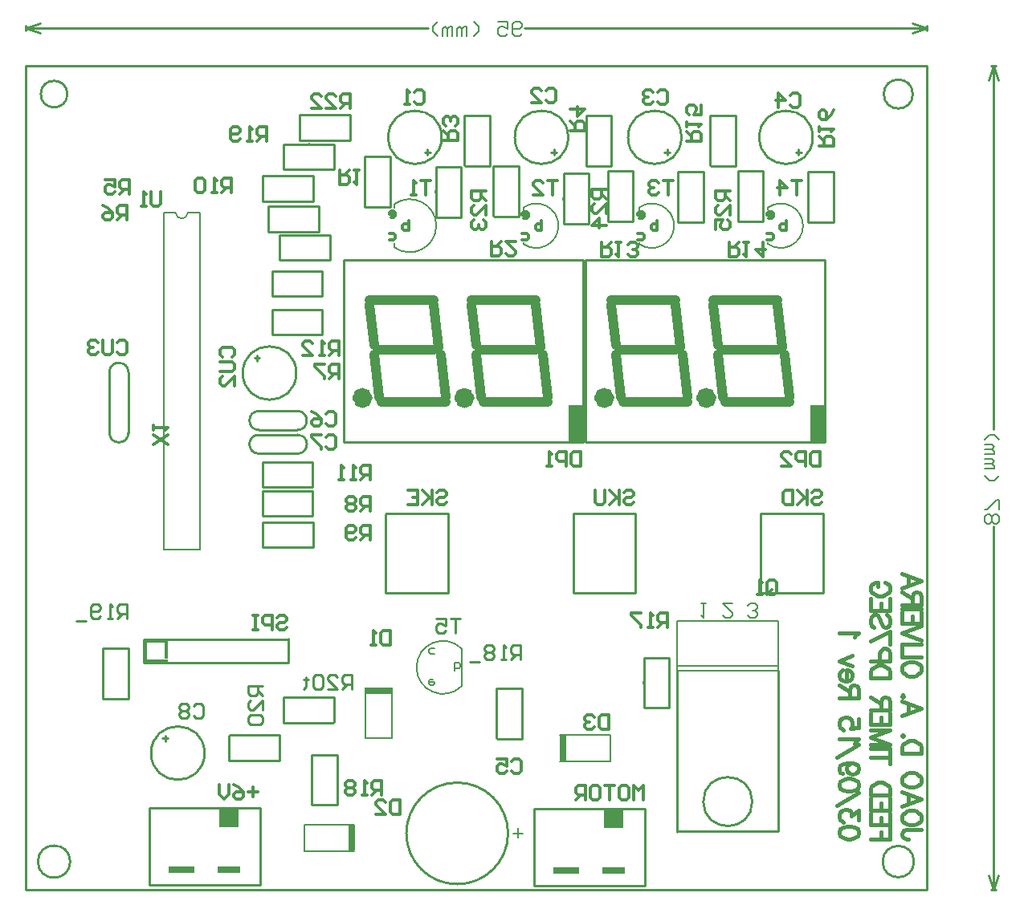
<source format=gto>
%FSLAX25Y25*%
%MOIN*%
G70*
G01*
G75*
%ADD10C,0.03937*%
%ADD11C,0.01969*%
%ADD12C,0.01000*%
%ADD13C,0.00600*%
%ADD14O,0.03150X0.05906*%
%ADD15C,0.15748*%
%ADD16R,0.06299X0.06299*%
%ADD17O,0.06299X0.15748*%
%ADD18C,0.06299*%
%ADD19O,0.07874X0.04724*%
%ADD20O,0.09843X0.03937*%
%ADD21C,0.07874*%
%ADD22O,0.11811X0.07087*%
%ADD23R,0.09843X0.07874*%
%ADD24O,0.09843X0.07874*%
%ADD25O,0.09843X0.04724*%
%ADD26R,0.07874X0.09843*%
%ADD27O,0.07874X0.09843*%
%ADD28R,0.07874X0.13780*%
%ADD29O,0.07874X0.13780*%
%ADD30O,0.05906X0.07874*%
%ADD31R,0.07874X0.07874*%
%ADD32C,0.09000*%
%ADD33R,0.09000X0.09000*%
%ADD34C,0.13780*%
%ADD35O,0.11811X0.06299*%
%ADD36O,0.11811X0.05512*%
%ADD37R,0.07874X0.07874*%
%ADD38O,0.08000X0.06000*%
%ADD39C,0.05000*%
%ADD40C,0.07874*%
%ADD41C,0.01181*%
%ADD42R,0.11535X0.39449*%
%ADD43R,0.11024X0.38976*%
%ADD44R,0.11811X0.29606*%
%ADD45R,0.05906X0.04331*%
%ADD46R,0.28740X0.40158*%
%ADD47R,0.18110X0.31890*%
%ADD48C,0.00787*%
%ADD49C,0.04000*%
%ADD50C,0.00591*%
%ADD51C,0.01575*%
%ADD52C,0.00800*%
%ADD53R,0.05906X0.15748*%
%ADD54R,0.09547X0.02756*%
%ADD55R,0.08000X0.08000*%
%ADD56R,0.10630X0.02732*%
%ADD57R,0.11024X0.03150*%
%ADD58R,0.10000X0.01457*%
%ADD59R,0.01535X0.06890*%
%ADD60R,0.01575X0.08740*%
%ADD61R,0.03150X0.11024*%
D12*
X471197Y194243D02*
G03*
X471197Y194243I10156J0D01*
G01*
X494440Y470228D02*
G03*
X494440Y470228I11081J0D01*
G01*
X439940D02*
G03*
X439940Y470228I11081J0D01*
G01*
X392940D02*
G03*
X392940Y470228I11081J0D01*
G01*
X340440D02*
G03*
X340440Y470228I11081J0D01*
G01*
X232584Y372622D02*
G03*
X224710Y372622I-3937J0D01*
G01*
X224710Y347425D02*
G03*
X232584Y347425I3937J0D01*
G01*
X280086Y372272D02*
G03*
X280086Y372272I11081J0D01*
G01*
X347946Y181024D02*
G03*
X347946Y181024I21102J0D01*
G01*
X302710Y348622D02*
G03*
X302710Y356496I0J3937D01*
G01*
X286765Y356496D02*
G03*
X286765Y348622I0J-3937D01*
G01*
X302710Y338779D02*
G03*
X302710Y346653I0J3937D01*
G01*
X286765Y346654D02*
G03*
X286765Y338779I0J-3937D01*
G01*
X242023Y214370D02*
G03*
X242023Y214370I11081J0D01*
G01*
X460190Y181772D02*
Y248622D01*
X502316Y181811D02*
Y248622D01*
Y181811D02*
X502316Y181811D01*
X460229D01*
X525158Y445154D02*
Y455803D01*
X524962Y456000D02*
X514647D01*
Y435094D02*
Y456000D01*
X525158Y435094D02*
X514647D01*
X525158Y435094D02*
X525158Y435094D01*
X525158Y435094D02*
Y445154D01*
X471158D02*
Y455803D01*
X470962Y456000D02*
X460647D01*
Y435094D02*
Y456000D01*
X471158Y435094D02*
X460647D01*
X471158Y435094D02*
X471158Y435094D01*
X471158Y435094D02*
Y445154D01*
X485529Y446138D02*
X485529Y435488D01*
X496040Y435291D02*
X485725Y435291D01*
X496040Y435291D02*
X496040Y456197D01*
X485529Y456197D01*
X485529Y456197D01*
Y446138D02*
Y456197D01*
X431529Y446138D02*
X431529Y435488D01*
X442040Y435291D02*
X431725Y435291D01*
X442040Y435291D02*
X442040Y456197D01*
X431529Y456197D01*
X431529Y456197D01*
Y446138D02*
Y456197D01*
X423658Y444362D02*
Y455012D01*
X423462Y455209D02*
X413147D01*
Y434303D02*
Y455209D01*
X423658Y434303D02*
X413147D01*
X423658Y434303D02*
X423658Y434303D01*
X423658Y434303D02*
Y444362D01*
X370658Y447154D02*
Y457803D01*
X370462Y458000D02*
X360147D01*
Y437094D02*
Y458000D01*
X370658Y437094D02*
X360147D01*
X370658Y437094D02*
X370658Y437094D01*
X370658Y437094D02*
Y447154D01*
X384029Y448138D02*
X384029Y437488D01*
X394540Y437291D02*
X384225Y437291D01*
X394540Y437291D02*
X394540Y458197D01*
X384029Y458197D01*
X384029Y458197D01*
Y448138D02*
Y458197D01*
X330662Y452067D02*
X330662Y441417D01*
X341174Y441221D02*
X330859Y441220D01*
X341174Y441221D02*
X341174Y462126D01*
X330662Y462126D01*
X330662Y462126D01*
Y452067D02*
Y462126D01*
X510678Y462866D02*
X510678Y465327D01*
X511879Y464047D02*
X509615Y464047D01*
X456178Y462866D02*
X456178Y465327D01*
X457379Y464047D02*
X455115Y464047D01*
X409178Y462866D02*
X409178Y465327D01*
X410379Y464047D02*
X408115Y464047D01*
X356678Y462866D02*
X356678Y465327D01*
X357879Y464047D02*
X355615Y464047D01*
X298981Y335315D02*
X288332Y335315D01*
X288135Y324803D02*
X288135Y335118D01*
X309040Y324803D02*
X288135Y324803D01*
X309040Y335315D02*
X309040Y324803D01*
X309040Y335315D02*
X309040Y335315D01*
X298981D01*
X299068Y454134D02*
X288418Y454134D01*
X288221Y443622D02*
X288221Y453937D01*
X309127Y443622D02*
X288221Y443622D01*
X309127Y454134D02*
X309127Y443622D01*
X309127Y454134D02*
X309127Y454134D01*
X299068D01*
Y310433D02*
X288418Y310433D01*
X288221Y299921D02*
X288221Y310236D01*
X309127Y299921D02*
X288221Y299921D01*
X309127Y310433D02*
X309127Y299921D01*
X309127Y310433D02*
X309127Y310433D01*
X299068D01*
X298981Y323315D02*
X288332Y323315D01*
X288135Y312803D02*
X288135Y323118D01*
X309040Y312803D02*
X288135Y312803D01*
X309040Y323315D02*
X309040Y312803D01*
X309040Y323315D02*
X309040Y323315D01*
X298981D01*
X306154Y429724D02*
X295505Y429724D01*
X295308Y419213D02*
X295308Y429528D01*
X316214Y419213D02*
X295308Y419213D01*
X316214Y429724D02*
X316214Y419213D01*
X316214Y429724D02*
X316214Y429724D01*
X306154D01*
X301430Y441535D02*
X290780Y441536D01*
X290584Y431024D02*
X290584Y441339D01*
X311489Y431024D02*
X290584Y431024D01*
X311489Y441535D02*
X311489Y431024D01*
X311489Y441535D02*
X311489Y441535D01*
X301430D01*
X317788Y456890D02*
X307139Y456890D01*
X317985Y457087D02*
X317985Y467402D01*
X297080Y467402D01*
X297080Y456890D01*
X297080Y456890D02*
X297080Y456890D01*
X307139Y456890D02*
X297080D01*
X521635Y419260D02*
X521635Y343472D01*
X521635Y419260D02*
X422225D01*
X422225Y343472D01*
X521635Y343472D02*
X422225Y343472D01*
X421241Y419260D02*
X421241Y343472D01*
X421241Y419260D02*
X321832D01*
X321832Y343472D01*
X421241Y343472D02*
X321832Y343472D01*
X232584Y347426D02*
Y372622D01*
X224710Y347425D02*
Y372621D01*
X286009Y377173D02*
X286009Y379634D01*
X287072Y378453D02*
X284808Y378453D01*
X313832Y469095D02*
X303773D01*
Y469095D01*
Y479606D01*
X324678Y479606D02*
X303773Y479606D01*
X324678Y469291D02*
X324678Y479606D01*
X324481Y469095D02*
X313832Y469095D01*
X372028Y469138D02*
Y479197D01*
X372028Y479197D02*
X372028Y479197D01*
X382540D02*
X372028Y479197D01*
X382540Y458291D02*
X382540Y479197D01*
X382540Y458291D02*
X372225Y458291D01*
X372028Y469138D02*
X372028Y458488D01*
X422529Y469138D02*
Y479197D01*
X422529Y479197D02*
X422529Y479197D01*
X433040D02*
X422529Y479197D01*
X433040Y458291D02*
X433040Y479197D01*
X433040Y458291D02*
X422725Y458291D01*
X422529Y469138D02*
X422529Y458488D01*
X474028Y469138D02*
Y479197D01*
X474028Y479197D02*
X474028Y479197D01*
X484540D02*
X474028Y479197D01*
X484540Y458291D02*
X484540Y479197D01*
X484540Y458291D02*
X474225Y458291D01*
X474028Y469138D02*
X474028Y458488D01*
X287166Y159591D02*
X241194D01*
Y191591D01*
X287166D02*
X241194D01*
X287166Y159591D02*
Y191591D01*
X447009Y159197D02*
X401036D01*
Y191197D01*
X447009D02*
X401036D01*
X447009Y159197D02*
Y191197D01*
X457040Y233150D02*
Y243209D01*
Y233150D02*
X457040Y233150D01*
X446528D01*
Y254055D01*
X456844D02*
X446528D01*
X457040Y243209D02*
Y253858D01*
X298891Y261732D02*
X287473D01*
X298970Y261811D02*
X298891Y261732D01*
X298970Y251969D02*
Y261811D01*
Y251969D02*
X288969D01*
Y261732D02*
X238969D01*
Y251969D02*
Y261732D01*
X288969Y251969D02*
X238969D01*
X520859Y313779D02*
X494993D01*
X494954Y313740D01*
Y281102D02*
Y313740D01*
X495190Y280866D02*
X494954Y281102D01*
X520741Y280866D02*
X495190D01*
X520859Y280984D02*
X520741Y280866D01*
X520859Y280984D02*
Y313779D01*
X365347D02*
X339481D01*
X339442Y313740D01*
Y281102D02*
Y313740D01*
X339678Y280866D02*
X339442Y281102D01*
X365229Y280866D02*
X339678D01*
X365347Y280984D02*
X365229Y280866D01*
X365347Y280984D02*
Y313779D01*
X443103D02*
X417237D01*
X417198Y313740D01*
Y281102D02*
Y313740D01*
X417434Y280866D02*
X417198Y281102D01*
X442985Y280866D02*
X417434D01*
X443103Y280984D02*
X442985Y280866D01*
X443103Y280984D02*
Y313779D01*
X302710Y348622D02*
X286765D01*
X302710Y356496D02*
X286765D01*
X302710Y338779D02*
X286765D01*
X302710Y346654D02*
X286765D01*
X313064Y398622D02*
X303005D01*
X313064Y398622D02*
X313064Y398622D01*
X313064Y388110D02*
Y398622D01*
Y388110D02*
X292158D01*
Y398425D01*
X303005Y398622D02*
X292355D01*
X313064Y414764D02*
X303005D01*
X313064Y414764D02*
X313064Y414764D01*
X313064Y404252D02*
Y414764D01*
Y404252D02*
X292158D01*
Y414567D01*
X303005Y414764D02*
X292355D01*
X317788Y226969D02*
X307139D01*
X317985Y227165D02*
Y237480D01*
X297080D01*
Y226969D02*
Y237480D01*
X297080Y226969D02*
X297080Y226969D01*
X307139Y226969D02*
X297080D01*
X385387Y220551D02*
Y231201D01*
X395899Y220354D02*
X385584D01*
X395899D02*
Y241260D01*
X385387D01*
X385387Y241260D01*
Y231201D02*
Y241260D01*
X232631Y247146D02*
Y257795D01*
X232434Y257992D02*
X222119D01*
Y237087D02*
Y257992D01*
X232631Y237087D02*
X222119D01*
X232631Y237087D02*
X232631Y237087D01*
X232631Y237087D02*
Y247146D01*
X247946Y219272D02*
Y221732D01*
X249009Y220551D02*
X246745D01*
X285288Y221850D02*
X274639D01*
X274442Y211339D02*
Y221654D01*
X295347Y211339D02*
X274442D01*
X295347D02*
Y221850D01*
X295347Y221850D01*
X285288D01*
X308615Y192992D02*
Y203642D01*
X319127Y192795D02*
X308812D01*
X319127D02*
Y213701D01*
X308615D01*
X308615Y213701D01*
Y203642D02*
Y213701D01*
X259696Y233993D02*
X260696Y234993D01*
X262695D01*
X263695Y233993D01*
Y229994D01*
X262695Y228994D01*
X260696D01*
X259696Y229994D01*
X257697Y233993D02*
X256697Y234993D01*
X254698D01*
X253698Y233993D01*
Y232993D01*
X254698Y231994D01*
X253698Y230994D01*
Y229994D01*
X254698Y228994D01*
X256697D01*
X257697Y229994D01*
Y230994D01*
X256697Y231994D01*
X257697Y232993D01*
Y233993D01*
X256697Y231994D02*
X254698D01*
X395444Y253400D02*
Y259398D01*
X392444D01*
X391445Y258398D01*
Y256399D01*
X392444Y255399D01*
X395444D01*
X393444D02*
X391445Y253400D01*
X389445D02*
X387446D01*
X388446D01*
Y259398D01*
X389445Y258398D01*
X384447D02*
X383447Y259398D01*
X381448D01*
X380448Y258398D01*
Y257399D01*
X381448Y256399D01*
X380448Y255399D01*
Y254400D01*
X381448Y253400D01*
X383447D01*
X384447Y254400D01*
Y255399D01*
X383447Y256399D01*
X384447Y257399D01*
Y258398D01*
X383447Y256399D02*
X381448D01*
X378449Y252400D02*
X374450D01*
X232102Y270392D02*
Y276391D01*
X229103D01*
X228103Y275391D01*
Y273392D01*
X229103Y272392D01*
X232102D01*
X230103D02*
X228103Y270392D01*
X226104D02*
X224104D01*
X225104D01*
Y276391D01*
X226104Y275391D01*
X221106Y271392D02*
X220106Y270392D01*
X218106D01*
X217107Y271392D01*
Y275391D01*
X218106Y276391D01*
X220106D01*
X221106Y275391D01*
Y274391D01*
X220106Y273392D01*
X217107D01*
X215107Y269393D02*
X211109D01*
X325343Y241000D02*
Y246998D01*
X322344D01*
X321345Y245998D01*
Y243999D01*
X322344Y242999D01*
X325343D01*
X323344D02*
X321345Y241000D01*
X315347D02*
X319345D01*
X315347Y244999D01*
Y245998D01*
X316346Y246998D01*
X318346D01*
X319345Y245998D01*
X313347D02*
X312348Y246998D01*
X310348D01*
X309349Y245998D01*
Y242000D01*
X310348Y241000D01*
X312348D01*
X313347Y242000D01*
Y245998D01*
X306350D02*
Y244999D01*
X307349D01*
X305350D01*
X306350D01*
Y242000D01*
X305350Y241000D01*
X288340Y242126D02*
X282342D01*
Y239127D01*
X283341Y238127D01*
X285340D01*
X286340Y239127D01*
Y242126D01*
Y240127D02*
X288340Y238127D01*
Y232129D02*
Y236128D01*
X284341Y232129D01*
X283341D01*
X282342Y233129D01*
Y235128D01*
X283341Y236128D01*
Y230130D02*
X282342Y229130D01*
Y227131D01*
X283341Y226131D01*
X287340D01*
X288340Y227131D01*
Y229130D01*
X287340Y230130D01*
X283341D01*
X370417Y270372D02*
X366419D01*
X368418D01*
Y264374D01*
X360421Y270372D02*
X364419D01*
Y267373D01*
X362420Y268373D01*
X361420D01*
X360421Y267373D01*
Y265374D01*
X361420Y264374D01*
X363420D01*
X364419Y265374D01*
X196214Y488189D02*
G03*
X196214Y488189I5512J0D01*
G01*
X545626Y169291D02*
G03*
X545626Y169291I6493J0D01*
G01*
X195033D02*
G03*
X195033Y169291I6693J0D01*
G01*
X546109Y488189D02*
G03*
X546109Y488189I6010J0D01*
G01*
X592489Y500000D02*
X590489D01*
X592489Y157480D02*
X590489D01*
X591489Y500000D02*
X589489Y494000D01*
X593489D02*
X591489Y500000D01*
Y157480D02*
X589489Y163480D01*
X593489D02*
X591489Y157480D01*
Y348834D02*
Y500000D01*
Y157480D02*
Y308646D01*
X189914Y514748D02*
Y516748D01*
X563930Y514748D02*
Y516748D01*
X195914Y513748D02*
X189914Y515748D01*
X195914Y517748D02*
X189914Y515748D01*
X563930D02*
X557930Y513748D01*
X563930Y515748D02*
X557930Y517748D01*
X356828Y515748D02*
X189914D01*
X563930D02*
X397016D01*
X189914Y263779D02*
Y279528D01*
Y157480D02*
Y263779D01*
X563930Y157480D02*
X189914D01*
X563930Y157480D02*
X563930Y157480D01*
X563930Y157480D02*
Y279528D01*
Y500000D01*
X189914Y279527D02*
Y500000D01*
X563930Y500000D02*
X189914Y500000D01*
D13*
X592888Y309646D02*
X593888Y310646D01*
Y312645D01*
X592888Y313645D01*
X591889D01*
X590889Y312645D01*
X589889Y313645D01*
X588890D01*
X587890Y312645D01*
Y310646D01*
X588890Y309646D01*
X589889D01*
X590889Y310646D01*
X591889Y309646D01*
X592888D01*
X590889Y310646D02*
Y312645D01*
X593888Y315644D02*
Y319643D01*
X592888D01*
X588890Y315644D01*
X587890D01*
Y329640D02*
X589889Y327640D01*
X591889D01*
X593888Y329640D01*
X587890Y332639D02*
X591889D01*
Y333638D01*
X590889Y334638D01*
X587890D01*
X590889D01*
X591889Y335638D01*
X590889Y336637D01*
X587890D01*
Y338637D02*
X591889D01*
Y339636D01*
X590889Y340636D01*
X587890D01*
X590889D01*
X591889Y341636D01*
X590889Y342635D01*
X587890D01*
Y344635D02*
X589889Y346634D01*
X591889D01*
X593888Y344635D01*
X396016Y513149D02*
X395017Y512149D01*
X393017D01*
X392018Y513149D01*
Y517147D01*
X393017Y518147D01*
X395017D01*
X396016Y517147D01*
Y516148D01*
X395017Y515148D01*
X392018D01*
X386019Y518147D02*
X390018D01*
Y515148D01*
X388019Y516148D01*
X387019D01*
X386019Y515148D01*
Y513149D01*
X387019Y512149D01*
X389019D01*
X390018Y513149D01*
X376023Y512149D02*
X378022Y514148D01*
Y516148D01*
X376023Y518147D01*
X373024Y512149D02*
Y516148D01*
X372024D01*
X371024Y515148D01*
Y512149D01*
Y515148D01*
X370025Y516148D01*
X369025Y515148D01*
Y512149D01*
X367026D02*
Y516148D01*
X366026D01*
X365026Y515148D01*
Y512149D01*
Y515148D01*
X364027Y516148D01*
X363027Y515148D01*
Y512149D01*
X361028D02*
X359028Y514148D01*
Y516148D01*
X361028Y518147D01*
D41*
X319836Y379528D02*
Y385526D01*
X316837D01*
X315837Y384526D01*
Y382527D01*
X316837Y381527D01*
X319836D01*
X317836D02*
X315837Y379528D01*
X313838D02*
X311838D01*
X312838D01*
Y385526D01*
X313838Y384526D01*
X304840Y379528D02*
X308839D01*
X304840Y383526D01*
Y384526D01*
X305840Y385526D01*
X307839D01*
X308839Y384526D01*
X319836Y370079D02*
Y376077D01*
X316837D01*
X315837Y375077D01*
Y373078D01*
X316837Y372078D01*
X319836D01*
X317836D02*
X315837Y370079D01*
X313838Y376077D02*
X309839D01*
Y375077D01*
X313838Y371078D01*
Y370079D01*
X249062Y342520D02*
X243064Y346518D01*
X249062D02*
X243064Y342520D01*
Y348518D02*
Y350517D01*
Y349517D01*
X249062D01*
X248062Y348518D01*
X314656Y345550D02*
X315655Y346549D01*
X317655D01*
X318654Y345550D01*
Y341551D01*
X317655Y340551D01*
X315655D01*
X314656Y341551D01*
X312656Y346549D02*
X308658D01*
Y345550D01*
X312656Y341551D01*
Y340551D01*
X314656Y355392D02*
X315655Y356392D01*
X317655D01*
X318654Y355392D01*
Y351393D01*
X317655Y350394D01*
X315655D01*
X314656Y351393D01*
X308658Y356392D02*
X310657Y355392D01*
X312656Y353393D01*
Y351393D01*
X311657Y350394D01*
X309657D01*
X308658Y351393D01*
Y352393D01*
X309657Y353393D01*
X312656D01*
X438445Y322698D02*
X439444Y323698D01*
X441444D01*
X442444Y322698D01*
Y321699D01*
X441444Y320699D01*
X439444D01*
X438445Y319699D01*
Y318700D01*
X439444Y317700D01*
X441444D01*
X442444Y318700D01*
X436445Y323698D02*
Y317700D01*
Y319699D01*
X432447Y323698D01*
X435446Y320699D01*
X432447Y317700D01*
X430447Y323698D02*
Y318700D01*
X429448Y317700D01*
X427448D01*
X426449Y318700D01*
Y323698D01*
X360645Y322698D02*
X361645Y323698D01*
X363644D01*
X364644Y322698D01*
Y321699D01*
X363644Y320699D01*
X361645D01*
X360645Y319699D01*
Y318700D01*
X361645Y317700D01*
X363644D01*
X364644Y318700D01*
X358645Y323698D02*
Y317700D01*
Y319699D01*
X354647Y323698D01*
X357646Y320699D01*
X354647Y317700D01*
X348649Y323698D02*
X352647D01*
Y317700D01*
X348649D01*
X352647Y320699D02*
X350648D01*
X516145Y322698D02*
X517144Y323698D01*
X519144D01*
X520144Y322698D01*
Y321699D01*
X519144Y320699D01*
X517144D01*
X516145Y319699D01*
Y318700D01*
X517144Y317700D01*
X519144D01*
X520144Y318700D01*
X514145Y323698D02*
Y317700D01*
Y319699D01*
X510147Y323698D01*
X513146Y320699D01*
X510147Y317700D01*
X508147Y323698D02*
Y317700D01*
X505148D01*
X504149Y318700D01*
Y322698D01*
X505148Y323698D01*
X508147D01*
X294245Y270498D02*
X295245Y271498D01*
X297244D01*
X298243Y270498D01*
Y269499D01*
X297244Y268499D01*
X295245D01*
X294245Y267499D01*
Y266500D01*
X295245Y265500D01*
X297244D01*
X298243Y266500D01*
X292245Y265500D02*
Y271498D01*
X289246D01*
X288247Y270498D01*
Y268499D01*
X289246Y267499D01*
X292245D01*
X286247Y271498D02*
X284248D01*
X285248D01*
Y265500D01*
X286247D01*
X284248D01*
X337552Y196850D02*
Y202849D01*
X334553D01*
X333553Y201849D01*
Y199849D01*
X334553Y198850D01*
X337552D01*
X335553D02*
X333553Y196850D01*
X331554D02*
X329555D01*
X330554D01*
Y202849D01*
X331554Y201849D01*
X326556D02*
X325556Y202849D01*
X323557D01*
X322557Y201849D01*
Y200849D01*
X323557Y199849D01*
X322557Y198850D01*
Y197850D01*
X323557Y196850D01*
X325556D01*
X326556Y197850D01*
Y198850D01*
X325556Y199849D01*
X326556Y200849D01*
Y201849D01*
X325556Y199849D02*
X323557D01*
X456371Y266572D02*
Y272570D01*
X453372D01*
X452372Y271571D01*
Y269571D01*
X453372Y268572D01*
X456371D01*
X454372D02*
X452372Y266572D01*
X450373D02*
X448374D01*
X449373D01*
Y272570D01*
X450373Y271571D01*
X445375Y272570D02*
X441376D01*
Y271571D01*
X445375Y267572D01*
Y266572D01*
X446344Y194900D02*
Y200898D01*
X444344Y198899D01*
X442345Y200898D01*
Y194900D01*
X437346Y200898D02*
X439346D01*
X440345Y199898D01*
Y195900D01*
X439346Y194900D01*
X437346D01*
X436347Y195900D01*
Y199898D01*
X437346Y200898D01*
X434347D02*
X430349D01*
X432348D01*
Y194900D01*
X425350Y200898D02*
X427350D01*
X428349Y199898D01*
Y195900D01*
X427350Y194900D01*
X425350D01*
X424351Y195900D01*
Y199898D01*
X425350Y200898D01*
X422351Y194900D02*
Y200898D01*
X419352D01*
X418353Y199898D01*
Y197899D01*
X419352Y196899D01*
X422351D01*
X420352D02*
X418353Y194900D01*
X432040Y230408D02*
Y224410D01*
X429041D01*
X428042Y225409D01*
Y229408D01*
X429041Y230408D01*
X432040D01*
X426042Y229408D02*
X425043Y230408D01*
X423043D01*
X422044Y229408D01*
Y228408D01*
X423043Y227409D01*
X424043D01*
X423043D01*
X422044Y226409D01*
Y225409D01*
X423043Y224410D01*
X425043D01*
X426042Y225409D01*
X345426Y194974D02*
Y188976D01*
X342427D01*
X341427Y189976D01*
Y193975D01*
X342427Y194974D01*
X345426D01*
X335429Y188976D02*
X339428D01*
X335429Y192975D01*
Y193975D01*
X336429Y194974D01*
X338428D01*
X339428Y193975D01*
X341143Y265198D02*
Y259200D01*
X338144D01*
X337145Y260200D01*
Y264198D01*
X338144Y265198D01*
X341143D01*
X335145Y259200D02*
X333146D01*
X334146D01*
Y265198D01*
X335145Y264198D01*
X391545Y210798D02*
X392545Y211798D01*
X394544D01*
X395544Y210798D01*
Y206800D01*
X394544Y205800D01*
X392545D01*
X391545Y206800D01*
X385547Y211798D02*
X389545D01*
Y208799D01*
X387546Y209799D01*
X386546D01*
X385547Y208799D01*
Y206800D01*
X386546Y205800D01*
X388546D01*
X389545Y206800D01*
X286443Y198299D02*
X282445D01*
X284444Y200298D02*
Y196300D01*
X276447Y201298D02*
X278446Y200298D01*
X280445Y198299D01*
Y196300D01*
X279446Y195300D01*
X277446D01*
X276447Y196300D01*
Y197299D01*
X277446Y198299D01*
X280445D01*
X274447Y201298D02*
Y197299D01*
X272448Y195300D01*
X270449Y197299D01*
Y201298D01*
X482343Y448000D02*
X476345D01*
Y445001D01*
X477345Y444001D01*
X479344D01*
X480344Y445001D01*
Y448000D01*
Y446001D02*
X482343Y444001D01*
Y438003D02*
Y442002D01*
X478345Y438003D01*
X477345D01*
X476345Y439003D01*
Y441002D01*
X477345Y442002D01*
X476345Y432005D02*
Y436004D01*
X479344D01*
X478345Y434004D01*
Y433005D01*
X479344Y432005D01*
X481344D01*
X482343Y433005D01*
Y435004D01*
X481344Y436004D01*
X430843Y448500D02*
X424845D01*
Y445501D01*
X425845Y444501D01*
X427844D01*
X428844Y445501D01*
Y448500D01*
Y446501D02*
X430843Y444501D01*
Y438503D02*
Y442502D01*
X426845Y438503D01*
X425845D01*
X424845Y439503D01*
Y441502D01*
X425845Y442502D01*
X430843Y433505D02*
X424845D01*
X427844Y436504D01*
Y432505D01*
X380843Y448000D02*
X374845D01*
Y445001D01*
X375845Y444001D01*
X377845D01*
X378844Y445001D01*
Y448000D01*
Y446001D02*
X380843Y444001D01*
Y438003D02*
Y442002D01*
X376845Y438003D01*
X375845D01*
X374845Y439003D01*
Y441002D01*
X375845Y442002D01*
Y436004D02*
X374845Y435004D01*
Y433005D01*
X375845Y432005D01*
X376845D01*
X377845Y433005D01*
Y434004D01*
Y433005D01*
X378844Y432005D01*
X379844D01*
X380843Y433005D01*
Y435004D01*
X379844Y436004D01*
X324560Y482283D02*
Y488281D01*
X321561D01*
X320561Y487282D01*
Y485283D01*
X321561Y484283D01*
X324560D01*
X322561D02*
X320561Y482283D01*
X314563D02*
X318562D01*
X314563Y486282D01*
Y487282D01*
X315563Y488281D01*
X317562D01*
X318562Y487282D01*
X308565Y482283D02*
X312564D01*
X308565Y486282D01*
Y487282D01*
X309565Y488281D01*
X311564D01*
X312564Y487282D01*
X271595Y378851D02*
X270595Y379851D01*
Y381850D01*
X271595Y382850D01*
X275594D01*
X276593Y381850D01*
Y379851D01*
X275594Y378851D01*
X270595Y376852D02*
X275594D01*
X276593Y375852D01*
Y373853D01*
X275594Y372853D01*
X270595D01*
X276593Y366855D02*
Y370854D01*
X272595Y366855D01*
X271595D01*
X270595Y367855D01*
Y369854D01*
X271595Y370854D01*
X228095Y385048D02*
X229095Y386048D01*
X231094D01*
X232094Y385048D01*
Y381050D01*
X231094Y380050D01*
X229095D01*
X228095Y381050D01*
X226095Y386048D02*
Y381050D01*
X225096Y380050D01*
X223096D01*
X222097Y381050D01*
Y386048D01*
X220097Y385048D02*
X219098Y386048D01*
X217098D01*
X216099Y385048D01*
Y384049D01*
X217098Y383049D01*
X218098D01*
X217098D01*
X216099Y382049D01*
Y381050D01*
X217098Y380050D01*
X219098D01*
X220097Y381050D01*
X420257Y339628D02*
Y333630D01*
X417258D01*
X416258Y334630D01*
Y338628D01*
X417258Y339628D01*
X420257D01*
X414259Y333630D02*
Y339628D01*
X411260D01*
X410260Y338628D01*
Y336629D01*
X411260Y335629D01*
X414259D01*
X408261Y333630D02*
X406261D01*
X407261D01*
Y339628D01*
X408261Y338628D01*
X519666Y339628D02*
Y333630D01*
X516667D01*
X515668Y334630D01*
Y338628D01*
X516667Y339628D01*
X519666D01*
X513668Y333630D02*
Y339628D01*
X510669D01*
X509669Y338628D01*
Y336629D01*
X510669Y335629D01*
X513668D01*
X503672Y333630D02*
X507670D01*
X503672Y337629D01*
Y338628D01*
X504671Y339628D01*
X506671D01*
X507670Y338628D01*
X289914Y468504D02*
Y474502D01*
X286915D01*
X285916Y473502D01*
Y471503D01*
X286915Y470503D01*
X289914D01*
X287915D02*
X285916Y468504D01*
X283916D02*
X281917D01*
X282917D01*
Y474502D01*
X283916Y473502D01*
X278918Y469504D02*
X277918Y468504D01*
X275919D01*
X274919Y469504D01*
Y473502D01*
X275919Y474502D01*
X277918D01*
X278918Y473502D01*
Y472503D01*
X277918Y471503D01*
X274919D01*
X245820Y447730D02*
Y442732D01*
X244820Y441732D01*
X242821D01*
X241821Y442732D01*
Y447730D01*
X239822Y441732D02*
X237822D01*
X238822D01*
Y447730D01*
X239822Y446731D01*
X232828Y446457D02*
Y452455D01*
X229829D01*
X228829Y451455D01*
Y449456D01*
X229829Y448456D01*
X232828D01*
X230828D02*
X228829Y446457D01*
X222831Y452455D02*
X226830D01*
Y449456D01*
X224830Y450455D01*
X223831D01*
X222831Y449456D01*
Y447456D01*
X223831Y446457D01*
X225830D01*
X226830Y447456D01*
X232040Y435827D02*
Y441825D01*
X229041D01*
X228042Y440825D01*
Y438826D01*
X229041Y437826D01*
X232040D01*
X230041D02*
X228042Y435827D01*
X222044Y441825D02*
X224043Y440825D01*
X226042Y438826D01*
Y436827D01*
X225043Y435827D01*
X223043D01*
X222044Y436827D01*
Y437826D01*
X223043Y438826D01*
X226042D01*
X332828Y314961D02*
Y320959D01*
X329829D01*
X328829Y319959D01*
Y317960D01*
X329829Y316960D01*
X332828D01*
X330828D02*
X328829Y314961D01*
X326830Y319959D02*
X325830Y320959D01*
X323831D01*
X322831Y319959D01*
Y318959D01*
X323831Y317960D01*
X322831Y316960D01*
Y315960D01*
X323831Y314961D01*
X325830D01*
X326830Y315960D01*
Y316960D01*
X325830Y317960D01*
X326830Y318959D01*
Y319959D01*
X325830Y317960D02*
X323831D01*
X332828Y303055D02*
Y309053D01*
X329829D01*
X328829Y308053D01*
Y306054D01*
X329829Y305054D01*
X332828D01*
X330828D02*
X328829Y303055D01*
X326830Y304055D02*
X325830Y303055D01*
X323831D01*
X322831Y304055D01*
Y308053D01*
X323831Y309053D01*
X325830D01*
X326830Y308053D01*
Y307054D01*
X325830Y306054D01*
X322831D01*
X275347Y447244D02*
Y453242D01*
X272348D01*
X271349Y452243D01*
Y450243D01*
X272348Y449243D01*
X275347D01*
X273348D02*
X271349Y447244D01*
X269349D02*
X267350D01*
X268350D01*
Y453242D01*
X269349Y452243D01*
X264351D02*
X263351Y453242D01*
X261352D01*
X260352Y452243D01*
Y448244D01*
X261352Y447244D01*
X263351D01*
X264351Y448244D01*
Y452243D01*
X332828Y327953D02*
Y333951D01*
X329829D01*
X328829Y332951D01*
Y330952D01*
X329829Y329952D01*
X332828D01*
X330828D02*
X328829Y327953D01*
X326830D02*
X324830D01*
X325830D01*
Y333951D01*
X326830Y332951D01*
X321831Y327953D02*
X319832D01*
X320832D01*
Y333951D01*
X321831Y332951D01*
X351345Y488998D02*
X352344Y489998D01*
X354344D01*
X355344Y488998D01*
Y485000D01*
X354344Y484000D01*
X352344D01*
X351345Y485000D01*
X349345Y484000D02*
X347346D01*
X348346D01*
Y489998D01*
X349345Y488998D01*
X405845Y489498D02*
X406845Y490498D01*
X408844D01*
X409843Y489498D01*
Y485500D01*
X408844Y484500D01*
X406845D01*
X405845Y485500D01*
X399847Y484500D02*
X403845D01*
X399847Y488499D01*
Y489498D01*
X400846Y490498D01*
X402846D01*
X403845Y489498D01*
X452345Y488998D02*
X453344Y489998D01*
X455344D01*
X456344Y488998D01*
Y485000D01*
X455344Y484000D01*
X453344D01*
X452345Y485000D01*
X450345Y488998D02*
X449346Y489998D01*
X447346D01*
X446347Y488998D01*
Y487999D01*
X447346Y486999D01*
X448346D01*
X447346D01*
X446347Y485999D01*
Y485000D01*
X447346Y484000D01*
X449346D01*
X450345Y485000D01*
X507345Y487498D02*
X508344Y488498D01*
X510344D01*
X511343Y487498D01*
Y483500D01*
X510344Y482500D01*
X508344D01*
X507345Y483500D01*
X502346Y482500D02*
Y488498D01*
X505345Y485499D01*
X501347D01*
X320332Y456685D02*
Y450687D01*
X323331D01*
X324330Y451687D01*
Y453686D01*
X323331Y454686D01*
X320332D01*
X322331D02*
X324330Y456685D01*
X326330D02*
X328329D01*
X327329D01*
Y450687D01*
X326330Y451687D01*
X383344Y427000D02*
Y421002D01*
X386343D01*
X387342Y422002D01*
Y424001D01*
X386343Y425001D01*
X383344D01*
X385343D02*
X387342Y427000D01*
X393340D02*
X389341D01*
X393340Y423001D01*
Y422002D01*
X392341Y421002D01*
X390341D01*
X389341Y422002D01*
X363344Y469000D02*
X369341D01*
Y471999D01*
X368342Y472999D01*
X366342D01*
X365343Y471999D01*
Y469000D01*
Y470999D02*
X363344Y472999D01*
X368342Y474998D02*
X369341Y475998D01*
Y477997D01*
X368342Y478997D01*
X367342D01*
X366342Y477997D01*
Y476997D01*
Y477997D01*
X365343Y478997D01*
X364343D01*
X363344Y477997D01*
Y475998D01*
X364343Y474998D01*
X415843Y473000D02*
X421841D01*
Y475999D01*
X420842Y476999D01*
X418843D01*
X417843Y475999D01*
Y473000D01*
Y474999D02*
X415843Y476999D01*
Y481997D02*
X421841D01*
X418843Y478998D01*
Y482997D01*
X428843Y426500D02*
Y420502D01*
X431843D01*
X432842Y421502D01*
Y423501D01*
X431843Y424501D01*
X428843D01*
X430843D02*
X432842Y426500D01*
X434841D02*
X436841D01*
X435841D01*
Y420502D01*
X434841Y421502D01*
X439840D02*
X440840Y420502D01*
X442839D01*
X443839Y421502D01*
Y422501D01*
X442839Y423501D01*
X441839D01*
X442839D01*
X443839Y424501D01*
Y425500D01*
X442839Y426500D01*
X440840D01*
X439840Y425500D01*
X481844Y426500D02*
Y420502D01*
X484842D01*
X485842Y421502D01*
Y423501D01*
X484842Y424501D01*
X481844D01*
X483843D02*
X485842Y426500D01*
X487842D02*
X489841D01*
X488841D01*
Y420502D01*
X487842Y421502D01*
X495839Y426500D02*
Y420502D01*
X492840Y423501D01*
X496839D01*
X464344Y468500D02*
X470341D01*
Y471499D01*
X469342Y472499D01*
X467343D01*
X466343Y471499D01*
Y468500D01*
Y470499D02*
X464344Y472499D01*
Y474498D02*
Y476497D01*
Y475498D01*
X470341D01*
X469342Y474498D01*
X470341Y483495D02*
Y479496D01*
X467343D01*
X468342Y481496D01*
Y482495D01*
X467343Y483495D01*
X465343D01*
X464344Y482495D01*
Y480496D01*
X465343Y479496D01*
X519344Y466500D02*
X525342D01*
Y469499D01*
X524342Y470499D01*
X522342D01*
X521343Y469499D01*
Y466500D01*
Y468499D02*
X519344Y470499D01*
Y472498D02*
Y474497D01*
Y473498D01*
X525342D01*
X524342Y472498D01*
X525342Y481495D02*
X524342Y479496D01*
X522342Y477496D01*
X520343D01*
X519344Y478496D01*
Y480496D01*
X520343Y481495D01*
X521343D01*
X522342Y480496D01*
Y477496D01*
X357994Y452148D02*
X353995D01*
X355994D01*
Y446150D01*
X351995D02*
X349996D01*
X350996D01*
Y452148D01*
X351995Y451148D01*
X410494Y452148D02*
X406495D01*
X408494D01*
Y446150D01*
X400497D02*
X404495D01*
X400497Y450149D01*
Y451148D01*
X401496Y452148D01*
X403496D01*
X404495Y451148D01*
X458494Y452148D02*
X454495D01*
X456494D01*
Y446150D01*
X452495Y451148D02*
X451496Y452148D01*
X449496D01*
X448497Y451148D01*
Y450149D01*
X449496Y449149D01*
X450496D01*
X449496D01*
X448497Y448149D01*
Y447150D01*
X449496Y446150D01*
X451496D01*
X452495Y447150D01*
X511994Y452148D02*
X507995D01*
X509994D01*
Y446150D01*
X502996D02*
Y452148D01*
X505995Y449149D01*
X501997D01*
X497645Y281200D02*
Y285198D01*
X498644Y286198D01*
X500644D01*
X501644Y285198D01*
Y281200D01*
X500644Y280200D01*
X498644D01*
X499644Y282199D02*
X497645Y280200D01*
X498644D02*
X497645Y281200D01*
X495645Y280200D02*
X493646D01*
X494646D01*
Y286198D01*
X495645Y285198D01*
X497570Y430317D02*
X499538D01*
X500194Y429661D01*
Y428349D01*
X499538Y427693D01*
X497570D01*
X505607Y435664D02*
Y431728D01*
X503639D01*
X502983Y432384D01*
Y433040D01*
Y433696D01*
X503639Y434352D01*
X505607D01*
X498226Y436650D02*
X499538D01*
X500194Y437306D01*
Y438618D01*
X499538Y439273D01*
X498226D01*
X497570Y438618D01*
Y437961D01*
X500194D01*
X444070Y430317D02*
X446038D01*
X446694Y429661D01*
Y428349D01*
X446038Y427693D01*
X444070D01*
X452107Y435664D02*
Y431728D01*
X450139D01*
X449483Y432384D01*
Y433040D01*
Y433696D01*
X450139Y434352D01*
X452107D01*
X444726Y436650D02*
X446038D01*
X446694Y437306D01*
Y438618D01*
X446038Y439273D01*
X444726D01*
X444070Y438618D01*
Y437961D01*
X446694D01*
X396070Y430317D02*
X398038D01*
X398694Y429661D01*
Y428349D01*
X398038Y427693D01*
X396070D01*
X404107Y435664D02*
Y431728D01*
X402139D01*
X401483Y432384D01*
Y433040D01*
Y433696D01*
X402139Y434352D01*
X404107D01*
X396726Y436650D02*
X398038D01*
X398694Y437306D01*
Y438618D01*
X398038Y439273D01*
X396726D01*
X396070Y438618D01*
Y437961D01*
X398694D01*
X341470Y436846D02*
X342782D01*
X343438Y437502D01*
Y438814D01*
X342782Y439470D01*
X341470D01*
X340814Y438814D01*
Y438158D01*
X343438D01*
X348851Y435566D02*
Y431630D01*
X346884D01*
X346228Y432286D01*
Y432942D01*
Y433598D01*
X346884Y434254D01*
X348851D01*
X340814Y430218D02*
X342782D01*
X343438Y429562D01*
Y428251D01*
X342782Y427595D01*
X340814D01*
D48*
X498029Y425941D02*
G03*
X498029Y441059I5315J7559D01*
G01*
X444528Y425941D02*
G03*
X444528Y441059I5315J7559D01*
G01*
X396529Y425941D02*
G03*
X396529Y441059I5315J7559D01*
G01*
X343003Y424482D02*
G03*
X343003Y442518I6340J9018D01*
G01*
X252219Y439000D02*
G03*
X257219Y439000I2500J0D01*
G01*
X370921Y257778D02*
G03*
X370921Y242222I-7778J-7778D01*
G01*
X502316Y269390D02*
X489521D01*
X472985D02*
X460190D01*
X502316Y250590D02*
X460190D01*
X502316Y248622D02*
X460190D01*
X489521Y269390D02*
X472985D01*
X460190Y248622D02*
Y269390D01*
X502316Y248622D02*
Y269390D01*
X498029Y425941D02*
Y426610D01*
X498029Y440390D02*
Y441059D01*
X444528Y425941D02*
Y426610D01*
X444528Y440390D02*
Y441059D01*
X396529Y425941D02*
Y426610D01*
X396529Y440390D02*
Y441059D01*
X342946Y440980D02*
Y442358D01*
Y424642D02*
Y426217D01*
X514529Y445154D02*
Y446138D01*
X525158Y445154D02*
Y446138D01*
X460529Y445154D02*
Y446138D01*
X471158Y445154D02*
Y446138D01*
X496158Y445154D02*
Y446138D01*
X485529Y445154D02*
Y446138D01*
X442158Y445154D02*
Y446138D01*
X431529Y445154D02*
Y446138D01*
X413028Y444362D02*
Y445346D01*
X423658Y444362D02*
Y445346D01*
X360029Y447154D02*
Y448138D01*
X370658Y447154D02*
Y448138D01*
X394658Y447154D02*
Y448138D01*
X384029Y447154D02*
Y448138D01*
X341292Y451083D02*
Y452067D01*
X330662Y451083D02*
Y452067D01*
X298981Y324685D02*
X297997D01*
X298981Y335315D02*
X297997Y335315D01*
X299068Y443504D02*
X298084D01*
X299068Y454134D02*
X298084Y454134D01*
X299068Y299803D02*
X298084D01*
X299068Y310433D02*
X298084Y310433D01*
X298981Y312685D02*
X297997D01*
X298981Y323315D02*
X297997Y323315D01*
X306154Y419095D02*
X305170D01*
X306154Y429724D02*
X305170Y429724D01*
X301430Y430905D02*
X300446D01*
X301430Y441535D02*
X300446Y441535D01*
X262135Y439000D02*
X257219D01*
X252219Y439000D02*
X247302Y439000D01*
X247302Y299000D01*
X262135Y299000D02*
X247302Y299000D01*
X262135Y299000D02*
Y439000D01*
X308123Y467520D02*
X307139D01*
X308123Y456890D02*
X307139Y456890D01*
X314816Y469095D02*
X313832Y469095D01*
X314816Y479724D02*
X313832D01*
X372028Y468153D02*
Y469138D01*
X382658Y468153D02*
Y469138D01*
X422529Y468153D02*
Y469138D01*
X433158Y468153D02*
Y469138D01*
X474028Y468153D02*
Y469138D01*
X484658Y468153D02*
Y469138D01*
X396285Y181102D02*
X392285D01*
X394185Y179202D02*
Y183202D01*
X330859Y220669D02*
Y241535D01*
X341883Y220669D02*
Y241535D01*
Y220669D02*
X330859D01*
X457040Y243209D02*
Y244193D01*
X446410Y243209D02*
Y244193D01*
X303005Y398622D02*
X302021D01*
X303005Y387992D02*
X302021D01*
X303005Y414764D02*
X302021D01*
X303005Y404134D02*
X302021D01*
X308123Y237598D02*
X307139D01*
X308123Y226969D02*
X307139D01*
X396017Y230217D02*
Y231201D01*
X385387Y230217D02*
Y231201D01*
X222001Y247146D02*
Y248130D01*
X232631Y247146D02*
Y248130D01*
X432631Y211024D02*
X411765D01*
X432631Y222047D02*
X411765D01*
X432631Y211024D02*
Y222047D01*
X371017Y242126D02*
Y257874D01*
X285288Y211221D02*
X284304D01*
X285288Y221850D02*
X284304D01*
X319245Y202658D02*
Y203642D01*
X308615Y202658D02*
Y203642D01*
X326332Y184646D02*
X305466D01*
X326332Y173622D02*
X305466D01*
Y184646D01*
D49*
X470221Y361941D02*
G03*
X470221Y361941I2201J0D01*
G01*
X427899Y361941D02*
G03*
X427899Y361941I2201J0D01*
G01*
X369828Y361941D02*
G03*
X369828Y361941I2201J0D01*
G01*
X327505Y361941D02*
G03*
X327505Y361941I2201J0D01*
G01*
X459627Y402528D02*
X433052Y402528D01*
X459627Y381858D02*
X436989D01*
X436989Y362173D02*
X435021Y379890D01*
X464548Y360205D02*
X437973Y360205D01*
X464548Y362173D02*
X462580Y379890D01*
X461595Y382842D02*
X459627Y400559D01*
X435021Y383827D02*
X433052Y400559D01*
X477344Y383827D02*
X475375Y400559D01*
X503918Y382842D02*
X501950Y400559D01*
X506871Y362173D02*
X504903Y379890D01*
X506871Y360205D02*
X480296Y360205D01*
X479312Y362173D02*
X477344Y379890D01*
X501950Y381858D02*
X479312Y381858D01*
X501950Y402528D02*
X475375Y402528D01*
X359233Y402528D02*
X332658Y402528D01*
X359233Y381858D02*
X336595D01*
X336595Y362173D02*
X334627Y379890D01*
X364155Y360205D02*
X337580Y360205D01*
X364155Y362173D02*
X362186Y379890D01*
X361202Y382842D02*
X359233Y400559D01*
X334627Y383827D02*
X332658Y400559D01*
X376950Y383827D02*
X374981Y400559D01*
X403525Y382842D02*
X401556Y400559D01*
X406477Y362173D02*
X404509Y379890D01*
X406477Y360205D02*
X379903Y360205D01*
X378918Y362173D02*
X376950Y379890D01*
X401556Y381858D02*
X378918Y381858D01*
X401556Y402528D02*
X374981Y402528D01*
D50*
X483220Y276476D02*
X479284D01*
X483220Y272541D01*
Y271557D01*
X482236Y270573D01*
X480268D01*
X479284Y271557D01*
X470328Y276476D02*
X472296D01*
X471312D01*
Y270573D01*
X470328Y271557D01*
X489619D02*
X490603Y270573D01*
X492571D01*
X493555Y271557D01*
Y272541D01*
X492571Y273525D01*
X491587D01*
X492571D01*
X493555Y274509D01*
Y275493D01*
X492571Y276476D01*
X490603D01*
X489619Y275493D01*
D51*
X548574Y178740D02*
X540702D01*
X548574D02*
Y183614D01*
X544825Y178740D02*
Y181739D01*
X548574Y189387D02*
Y184513D01*
X540702D01*
Y189387D01*
X544825Y184513D02*
Y187512D01*
X548574Y195572D02*
Y190699D01*
X540702D01*
Y195572D01*
X544825Y190699D02*
Y193698D01*
X548574Y196884D02*
X540702D01*
X548574D02*
Y199508D01*
X548199Y200633D01*
X547449Y201382D01*
X546700Y201757D01*
X545575Y202132D01*
X543701D01*
X542576Y201757D01*
X541826Y201382D01*
X541077Y200633D01*
X540702Y199508D01*
Y196884D01*
X548574Y212704D02*
X540702D01*
X548574Y210080D02*
Y215328D01*
Y216265D02*
X540702D01*
X548574Y217914D02*
X540702D01*
X548574D02*
X540702Y220913D01*
X548574Y223912D02*
X540702Y220913D01*
X548574Y223912D02*
X540702D01*
X548574Y231035D02*
Y226162D01*
X540702D01*
Y231035D01*
X544825Y226162D02*
Y229161D01*
X548574Y232347D02*
X540702D01*
X548574D02*
Y235721D01*
X548199Y236845D01*
X547824Y237220D01*
X547075Y237595D01*
X546325D01*
X545575Y237220D01*
X545200Y236845D01*
X544825Y235721D01*
Y232347D01*
Y234971D02*
X540702Y237595D01*
X548574Y245543D02*
X540702D01*
X548574D02*
Y248167D01*
X548199Y249291D01*
X547449Y250041D01*
X546700Y250416D01*
X545575Y250791D01*
X543701D01*
X542576Y250416D01*
X541826Y250041D01*
X541077Y249291D01*
X540702Y248167D01*
Y245543D01*
X544451Y252553D02*
Y255926D01*
X544825Y257051D01*
X545200Y257426D01*
X545950Y257801D01*
X547075D01*
X547824Y257426D01*
X548199Y257051D01*
X548574Y255926D01*
Y252553D01*
X540702D01*
X548574Y264811D02*
X540702Y261062D01*
X548574Y259563D02*
Y264811D01*
X547449Y271821D02*
X548199Y271071D01*
X548574Y269947D01*
Y268447D01*
X548199Y267323D01*
X547449Y266573D01*
X546700D01*
X545950Y266948D01*
X545575Y267323D01*
X545200Y268072D01*
X544451Y270322D01*
X544076Y271071D01*
X543701Y271446D01*
X542951Y271821D01*
X541826D01*
X541077Y271071D01*
X540702Y269947D01*
Y268447D01*
X541077Y267323D01*
X541826Y266573D01*
X548574Y278456D02*
Y273583D01*
X540702D01*
Y278456D01*
X544825Y273583D02*
Y276582D01*
X546700Y285391D02*
X547449Y285017D01*
X548199Y284267D01*
X548574Y283517D01*
Y282018D01*
X548199Y281268D01*
X547449Y280518D01*
X546700Y280143D01*
X545575Y279768D01*
X543701D01*
X542576Y280143D01*
X541826Y280518D01*
X541077Y281268D01*
X540702Y282018D01*
Y283517D01*
X541077Y284267D01*
X541826Y285017D01*
X542576Y285391D01*
X543701D01*
Y283517D02*
Y285391D01*
X535582Y180989D02*
X535207Y179865D01*
X534083Y179115D01*
X532208Y178740D01*
X531083D01*
X529209Y179115D01*
X528085Y179865D01*
X527710Y180989D01*
Y181739D01*
X528085Y182864D01*
X529209Y183614D01*
X531083Y183988D01*
X532208D01*
X534083Y183614D01*
X535207Y182864D01*
X535582Y181739D01*
Y180989D01*
Y186500D02*
Y190624D01*
X532583Y188374D01*
Y189499D01*
X532208Y190249D01*
X531833Y190624D01*
X530709Y190998D01*
X529959D01*
X528834Y190624D01*
X528085Y189874D01*
X527710Y188749D01*
Y187625D01*
X528085Y186500D01*
X528459Y186125D01*
X529209Y185750D01*
X526585Y192760D02*
X535582Y198009D01*
Y200783D02*
X535207Y199658D01*
X534083Y198908D01*
X532208Y198533D01*
X531083D01*
X529209Y198908D01*
X528085Y199658D01*
X527710Y200783D01*
Y201532D01*
X528085Y202657D01*
X529209Y203407D01*
X531083Y203782D01*
X532208D01*
X534083Y203407D01*
X535207Y202657D01*
X535582Y201532D01*
Y200783D01*
X532958Y210417D02*
X531833Y210042D01*
X531083Y209292D01*
X530709Y208168D01*
Y207793D01*
X531083Y206668D01*
X531833Y205919D01*
X532958Y205544D01*
X533333D01*
X534457Y205919D01*
X535207Y206668D01*
X535582Y207793D01*
Y208168D01*
X535207Y209292D01*
X534457Y210042D01*
X532958Y210417D01*
X531083D01*
X529209Y210042D01*
X528085Y209292D01*
X527710Y208168D01*
Y207418D01*
X528085Y206293D01*
X528834Y205919D01*
X526585Y212554D02*
X535582Y217802D01*
X534083Y218327D02*
X534457Y219076D01*
X535582Y220201D01*
X527710D01*
X535582Y228598D02*
Y224850D01*
X532208Y224475D01*
X532583Y224850D01*
X532958Y225974D01*
Y227099D01*
X532583Y228223D01*
X531833Y228973D01*
X530709Y229348D01*
X529959D01*
X528834Y228973D01*
X528085Y228223D01*
X527710Y227099D01*
Y225974D01*
X528085Y224850D01*
X528459Y224475D01*
X529209Y224100D01*
X535582Y237295D02*
X527710D01*
X535582D02*
Y240669D01*
X535207Y241794D01*
X534832Y242169D01*
X534083Y242544D01*
X533333D01*
X532583Y242169D01*
X532208Y241794D01*
X531833Y240669D01*
Y237295D01*
Y239919D02*
X527710Y242544D01*
X530709Y244305D02*
Y248804D01*
X531458D01*
X532208Y248429D01*
X532583Y248054D01*
X532958Y247304D01*
Y246180D01*
X532583Y245430D01*
X531833Y244680D01*
X530709Y244305D01*
X529959D01*
X528834Y244680D01*
X528085Y245430D01*
X527710Y246180D01*
Y247304D01*
X528085Y248054D01*
X528834Y248804D01*
X532958Y250491D02*
X527710Y252740D01*
X532958Y254989D02*
X527710Y252740D01*
X534083Y262449D02*
X534457Y263199D01*
X535582Y264324D01*
X527710D01*
X561566Y182489D02*
X555568D01*
X554444Y182114D01*
X554069Y181739D01*
X553694Y180989D01*
Y180240D01*
X554069Y179490D01*
X554444Y179115D01*
X555568Y178740D01*
X556318D01*
X561566Y186762D02*
X561191Y186013D01*
X560442Y185263D01*
X559692Y184888D01*
X558567Y184513D01*
X556693D01*
X555568Y184888D01*
X554818Y185263D01*
X554069Y186013D01*
X553694Y186762D01*
Y188262D01*
X554069Y189012D01*
X554818Y189761D01*
X555568Y190136D01*
X556693Y190511D01*
X558567D01*
X559692Y190136D01*
X560442Y189761D01*
X561191Y189012D01*
X561566Y188262D01*
Y186762D01*
X553694Y198346D02*
X561566Y195347D01*
X553694Y192348D01*
X556318Y193473D02*
Y197221D01*
X561566Y202432D02*
X561191Y201682D01*
X560442Y200933D01*
X559692Y200558D01*
X558567Y200183D01*
X556693D01*
X555568Y200558D01*
X554818Y200933D01*
X554069Y201682D01*
X553694Y202432D01*
Y203932D01*
X554069Y204681D01*
X554818Y205431D01*
X555568Y205806D01*
X556693Y206181D01*
X558567D01*
X559692Y205806D01*
X560442Y205431D01*
X561191Y204681D01*
X561566Y203932D01*
Y202432D01*
Y214203D02*
X553694D01*
X561566D02*
Y216827D01*
X561191Y217952D01*
X560442Y218702D01*
X559692Y219076D01*
X558567Y219451D01*
X556693D01*
X555568Y219076D01*
X554818Y218702D01*
X554069Y217952D01*
X553694Y216827D01*
Y214203D01*
X554444Y221588D02*
X554069Y221213D01*
X553694Y221588D01*
X554069Y221963D01*
X554444Y221588D01*
X553694Y235871D02*
X561566Y232872D01*
X553694Y229873D01*
X556318Y230997D02*
Y234746D01*
X554444Y238083D02*
X554069Y237708D01*
X553694Y238083D01*
X554069Y238457D01*
X554444Y238083D01*
X561566Y248617D02*
X561191Y247867D01*
X560442Y247117D01*
X559692Y246742D01*
X558567Y246367D01*
X556693D01*
X555568Y246742D01*
X554818Y247117D01*
X554069Y247867D01*
X553694Y248617D01*
Y250116D01*
X554069Y250866D01*
X554818Y251616D01*
X555568Y251990D01*
X556693Y252365D01*
X558567D01*
X559692Y251990D01*
X560442Y251616D01*
X561191Y250866D01*
X561566Y250116D01*
Y248617D01*
Y254202D02*
X553694D01*
Y258701D01*
X561566Y259563D02*
X553694D01*
X561566Y261212D02*
X553694Y264211D01*
X561566Y267210D02*
X553694Y264211D01*
X561566Y273096D02*
Y268222D01*
X553694D01*
Y273096D01*
X557818Y268222D02*
Y271221D01*
X561566Y274408D02*
X553694D01*
X561566Y276057D02*
X553694D01*
X561566D02*
Y279431D01*
X561191Y280556D01*
X560816Y280930D01*
X560067Y281305D01*
X559317D01*
X558567Y280930D01*
X558192Y280556D01*
X557818Y279431D01*
Y276057D01*
Y278681D02*
X553694Y281305D01*
Y289065D02*
X561566Y286066D01*
X553694Y283067D01*
X556318Y284192D02*
Y287941D01*
D52*
X359570Y255541D02*
X357820D01*
X357237Y256125D01*
Y257291D01*
X357820Y257874D01*
X359570D01*
X368064Y248470D02*
Y251969D01*
X369813D01*
X370396Y251385D01*
Y250802D01*
Y250219D01*
X369813Y249636D01*
X368064D01*
X358987Y245079D02*
X357820D01*
X357237Y244496D01*
Y243329D01*
X357820Y242746D01*
X358987D01*
X359570Y243329D01*
Y243912D01*
X357237D01*
D53*
X518682Y351346D02*
D03*
X418288Y351346D02*
D03*
D54*
X274216Y165946D02*
D03*
X434058Y165551D02*
D03*
D55*
X274166Y187591D02*
D03*
X434009Y187197D02*
D03*
D56*
X254580Y165957D02*
D03*
X414422Y165563D02*
D03*
D57*
X336371Y240354D02*
D03*
D58*
X243969Y252697D02*
D03*
X243969Y261004D02*
D03*
D59*
X248202Y256831D02*
D03*
D60*
X239757Y256339D02*
D03*
D61*
X412946Y216535D02*
D03*
X325150Y179133D02*
D03*
M02*

</source>
